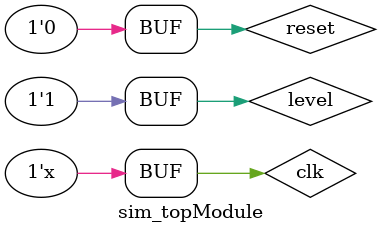
<source format=v>
`timescale 1ns / 1ps

module topModule(
            input clk, reset, level, 
            output wire tick_moore, tick_mealy);

edge_detect_moore moore(
        .clk(clk),
        .reset(reset),
        .level(level),
        .tick(tick_moore)
);
edge_detect_mealy mealy(
        .clk(clk),
        .reset(reset),
        .level(level),
        .tick(tick_mealy)
);    

endmodule 
        
module edge_detect_moore (input wire clk, reset, level, output reg tick);
    localparam [1:0] zero=2'b00, edg=2'b01, one=2'b10;
    reg [1:0] state_reg, state_next;
    always @(posedge clk, posedge reset)
    if (reset)
    state_reg<=zero;
    else
    state_reg<=state_next;
    always@*
    begin
    state_next=state_reg;
    tick=1'b0; //default output
    case (state_reg)
    
    zero:
    begin
    tick=1'b0;
    if (level)
    state_next=edg;
    end
    
    edg:
    begin
    tick=1'b1;
    if (level)
    state_next=one;
    else
    state_next=zero;
    end
    
    one:
    if (~level)
    state_next=zero;
    default: state_next=zero;
    endcase
end
endmodule

module edge_detect_mealy (input wire clk, reset, level,output reg tick);
        localparam zero=1'b0, one=1'b1;
        reg state_reg, state_next;
        
        always @(posedge clk, posedge reset)
        if (reset)
        state_reg<=zero;
        else
       
        state_reg<=state_next;
        always@*
        begin
        state_next=state_reg;
        tick=1'b0;
       
        case (state_reg)
        zero:
        if (level)
        begin
        tick=1'b1; //this change is immediate
        state_next=one;
        end
        
        one:
        if (~level)
        state_next=zero;
        default:
        state_next=zero;
        endcase
end
endmodule



// Simulation
`timescale 1ns / 1ps

module sim_topModule;
    reg clk, reset, level;
    wire tick_moore, tick_mealy;
    topModule uut(clk, reset, level,tick_moore, tick_mealy);
    
    always begin
    #5 clk =~clk;
    
    end 
    
    initial begin
    clk=0; reset=0; level =0;

    #5 reset =1;
    #5 reset = 0; 
 
   
    #10 level = 0;
    #10 level = 1;
     #5 reset =1;
    #5 reset = 0; 
    #10 level = 0;
    #10 level = 1;
   
    #10 level = 0;
    #10 level = 1;
    #10 level = 0;
    #10 level = 1;
    #10 level = 0;
    
    #5 reset =1;
    #5 reset = 0; 
    #10 level = 1;
    #10 level = 0;
    #10 level = 1;
    #10 level = 0;
    #10 level = 1;
    #10 level = 0;
    #10 level = 1;
 
 end
endmodule

</source>
